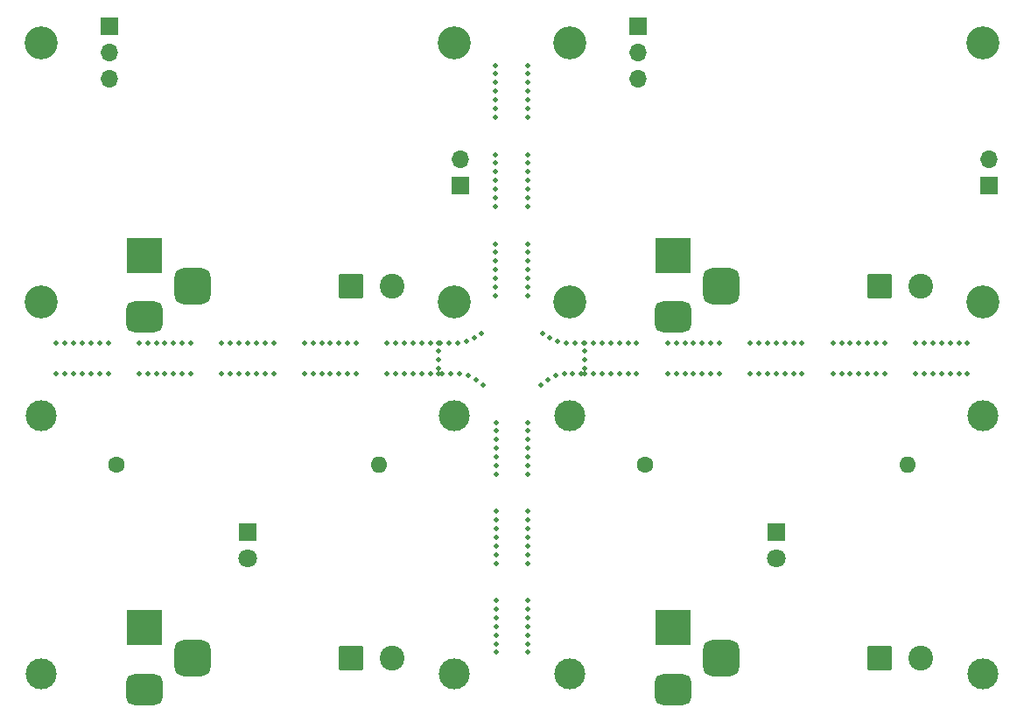
<source format=gbr>
%TF.GenerationSoftware,KiCad,Pcbnew,7.0.10*%
%TF.CreationDate,2024-03-02T22:01:54+01:00*%
%TF.ProjectId,explorer-panel_panelized,6578706c-6f72-4657-922d-70616e656c5f,rev?*%
%TF.SameCoordinates,Original*%
%TF.FileFunction,Soldermask,Bot*%
%TF.FilePolarity,Negative*%
%FSLAX46Y46*%
G04 Gerber Fmt 4.6, Leading zero omitted, Abs format (unit mm)*
G04 Created by KiCad (PCBNEW 7.0.10) date 2024-03-02 22:01:54*
%MOMM*%
%LPD*%
G01*
G04 APERTURE LIST*
G04 Aperture macros list*
%AMRoundRect*
0 Rectangle with rounded corners*
0 $1 Rounding radius*
0 $2 $3 $4 $5 $6 $7 $8 $9 X,Y pos of 4 corners*
0 Add a 4 corners polygon primitive as box body*
4,1,4,$2,$3,$4,$5,$6,$7,$8,$9,$2,$3,0*
0 Add four circle primitives for the rounded corners*
1,1,$1+$1,$2,$3*
1,1,$1+$1,$4,$5*
1,1,$1+$1,$6,$7*
1,1,$1+$1,$8,$9*
0 Add four rect primitives between the rounded corners*
20,1,$1+$1,$2,$3,$4,$5,0*
20,1,$1+$1,$4,$5,$6,$7,0*
20,1,$1+$1,$6,$7,$8,$9,0*
20,1,$1+$1,$8,$9,$2,$3,0*%
G04 Aperture macros list end*
%ADD10C,0.500000*%
%ADD11R,1.800000X1.800000*%
%ADD12C,1.800000*%
%ADD13RoundRect,0.250001X-0.949999X-0.949999X0.949999X-0.949999X0.949999X0.949999X-0.949999X0.949999X0*%
%ADD14C,2.400000*%
%ADD15R,3.500000X3.500000*%
%ADD16RoundRect,0.750000X1.000000X-0.750000X1.000000X0.750000X-1.000000X0.750000X-1.000000X-0.750000X0*%
%ADD17RoundRect,0.875000X0.875000X-0.875000X0.875000X0.875000X-0.875000X0.875000X-0.875000X-0.875000X0*%
%ADD18C,3.000000*%
%ADD19C,3.200000*%
%ADD20R,1.700000X1.700000*%
%ADD21O,1.700000X1.700000*%
%ADD22C,1.600000*%
%ADD23O,1.600000X1.600000*%
G04 APERTURE END LIST*
D10*
%TO.C,KiKit_MB_11_7*%
X56692000Y-35419858D03*
%TD*%
%TO.C,KiKit_MB_7_3*%
X15230667Y-35936000D03*
%TD*%
%TO.C,KiKit_MB_14_2*%
X51128000Y-62097666D03*
%TD*%
%TO.C,KiKit_MB_6_1*%
X56692000Y-35936000D03*
%TD*%
%TO.C,KiKit_MB_6_1*%
X48128000Y-49298000D03*
%TD*%
%TO.C,KiKit_MB_4_6*%
X30397333Y-33000000D03*
%TD*%
%TO.C,KiKit_MB_2_4*%
X67192000Y-33000000D03*
%TD*%
%TO.C,KiKit_MB_12_2*%
X51128000Y-44831666D03*
%TD*%
%TO.C,KiKit_MB_10_5*%
X92025333Y-35936000D03*
%TD*%
%TO.C,KiKit_MB_9_3*%
X51192000Y-18099334D03*
%TD*%
%TO.C,KiKit_MB_11_6*%
X56362936Y-35936000D03*
%TD*%
%TO.C,KiKit_MB_8_3*%
X23230667Y-35936000D03*
%TD*%
%TO.C,KiKit_MB_10_1*%
X88692000Y-35936000D03*
%TD*%
%TO.C,KiKit_MB_13_6*%
X51128000Y-50131333D03*
%TD*%
%TO.C,KiKit_MB_3_7*%
X48064000Y-28399000D03*
%TD*%
%TO.C,KiKit_MB_3_6*%
X22397334Y-33000000D03*
%TD*%
%TO.C,KiKit_MB_1_3*%
X8897334Y-33000000D03*
%TD*%
%TO.C,KiKit_MB_5_6*%
X38397333Y-33000000D03*
%TD*%
D11*
%TO.C,.D2*%
X24064000Y-51250000D03*
D12*
X24064000Y-53790000D03*
%TD*%
D10*
%TO.C,KiKit_MB_4_2*%
X33730666Y-33000000D03*
%TD*%
%TO.C,KiKit_MB_8_2*%
X51192000Y-10299667D03*
%TD*%
%TO.C,KiKit_MB_2_1*%
X18564000Y-33000000D03*
%TD*%
%TO.C,KiKit_MB_2_4*%
X48064000Y-17266000D03*
%TD*%
%TO.C,KiKit_MB_11_5*%
X55517731Y-35936000D03*
%TD*%
%TO.C,KiKit_MB_2_3*%
X68025334Y-33000000D03*
%TD*%
D13*
%TO.C,.J1*%
X85192000Y-63500000D03*
D14*
X89152000Y-63500000D03*
%TD*%
D10*
%TO.C,KiKit_MB_2_3*%
X16897334Y-33000000D03*
%TD*%
%TO.C,KiKit_MB_6_5*%
X60025334Y-35936000D03*
%TD*%
%TO.C,KiKit_MB_10_3*%
X51192000Y-26732334D03*
%TD*%
%TO.C,KiKit_MB_1_4*%
X59192000Y-33000000D03*
%TD*%
%TO.C,KiKit_MB_9_2*%
X30397333Y-35936000D03*
%TD*%
%TO.C,KiKit_MB_4_2*%
X84858666Y-33000000D03*
%TD*%
%TO.C,KiKit_MB_14_5*%
X51128000Y-59597666D03*
%TD*%
D15*
%TO.C,J2*%
X14064000Y-24500000D03*
D16*
X14064000Y-30500000D03*
D17*
X18764000Y-27500000D03*
%TD*%
D18*
%TO.C,.H3*%
X55192000Y-65000000D03*
%TD*%
D10*
%TO.C,KiKit_MB_7_3*%
X66358667Y-35936000D03*
%TD*%
%TO.C,KiKit_MB_5_1*%
X93692000Y-33000000D03*
%TD*%
%TO.C,KiKit_MB_9_5*%
X32897333Y-35936000D03*
%TD*%
%TO.C,KiKit_MB_9_3*%
X82358666Y-35936000D03*
%TD*%
%TO.C,KiKit_MB_5_4*%
X91192000Y-33000000D03*
%TD*%
%TO.C,KiKit_MB_8_6*%
X76858666Y-35936000D03*
%TD*%
%TO.C,KiKit_MB_1_2*%
X48064000Y-6966334D03*
%TD*%
%TO.C,KiKit_MB_4_5*%
X43524960Y-33000000D03*
%TD*%
%TO.C,KiKit_MB_11_12*%
X54886197Y-32987007D03*
%TD*%
%TO.C,KiKit_MB_1_3*%
X60025334Y-33000000D03*
%TD*%
%TO.C,KiKit_MB_10_3*%
X90358666Y-35936000D03*
%TD*%
%TO.C,KiKit_MB_7_6*%
X48128000Y-62097666D03*
%TD*%
%TO.C,KiKit_MB_9_7*%
X51192000Y-14766000D03*
%TD*%
%TO.C,KiKit_MB_4_7*%
X80692000Y-33000000D03*
%TD*%
D18*
%TO.C,.H2*%
X44064000Y-40000000D03*
%TD*%
D10*
%TO.C,KiKit_MB_8_4*%
X75192000Y-35936000D03*
%TD*%
%TO.C,KiKit_MB_9_4*%
X83192000Y-35936000D03*
%TD*%
%TO.C,KiKit_MB_2_7*%
X48064000Y-19766000D03*
%TD*%
%TO.C,KiKit_MB_5_1*%
X42564000Y-33000000D03*
%TD*%
%TO.C,KiKit_MB_11_2*%
X53089742Y-36523175D03*
%TD*%
%TO.C,KiKit_MB_11_13*%
X54056653Y-32834328D03*
%TD*%
D19*
%TO.C,H3*%
X44064000Y-29000000D03*
%TD*%
D10*
%TO.C,KiKit_MB_5_3*%
X40897333Y-33000000D03*
%TD*%
%TO.C,KiKit_MB_10_2*%
X51192000Y-27565667D03*
%TD*%
%TO.C,KiKit_MB_6_1*%
X5564000Y-35936000D03*
%TD*%
%TO.C,KiKit_MB_3_5*%
X74358667Y-33000000D03*
%TD*%
%TO.C,KiKit_MB_7_7*%
X48128000Y-62931000D03*
%TD*%
%TO.C,KiKit_MB_13_7*%
X51128000Y-49298000D03*
%TD*%
%TO.C,KiKit_MB_2_2*%
X48064000Y-15599334D03*
%TD*%
%TO.C,KiKit_MB_7_3*%
X48128000Y-59597666D03*
%TD*%
%TO.C,KiKit_MB_4_6*%
X81525333Y-33000000D03*
%TD*%
%TO.C,KiKit_MB_7_6*%
X17730667Y-35936000D03*
%TD*%
%TO.C,KiKit_MB_4_4*%
X32064000Y-33000000D03*
%TD*%
%TO.C,KiKit_MB_3_4*%
X75192000Y-33000000D03*
%TD*%
%TO.C,KiKit_MB_10_6*%
X51192000Y-24232334D03*
%TD*%
%TO.C,KiKit_MB_5_7*%
X37564000Y-33000000D03*
%TD*%
%TO.C,KiKit_MB_8_7*%
X51192000Y-6133000D03*
%TD*%
%TO.C,KiKit_MB_2_5*%
X66358667Y-33000000D03*
%TD*%
%TO.C,KiKit_MB_4_8*%
X42564000Y-34574653D03*
%TD*%
D19*
%TO.C,H4*%
X4064000Y-29000000D03*
%TD*%
D10*
%TO.C,KiKit_MB_4_10*%
X42893063Y-35936000D03*
%TD*%
%TO.C,KiKit_MB_3_2*%
X48064000Y-24232334D03*
%TD*%
%TO.C,KiKit_MB_7_5*%
X48128000Y-61264333D03*
%TD*%
%TO.C,KiKit_MB_8_5*%
X76025333Y-35936000D03*
%TD*%
%TO.C,KiKit_MB_9_6*%
X33730666Y-35936000D03*
%TD*%
%TO.C,KiKit_MB_1_5*%
X58358667Y-33000000D03*
%TD*%
%TO.C,KiKit_MB_10_5*%
X51192000Y-25065667D03*
%TD*%
D19*
%TO.C,H2*%
X95192000Y-4000000D03*
%TD*%
D10*
%TO.C,KiKit_MB_4_3*%
X32897333Y-33000000D03*
%TD*%
%TO.C,KiKit_MB_7_2*%
X65525334Y-35936000D03*
%TD*%
D18*
%TO.C,.H4*%
X95192000Y-65000000D03*
%TD*%
D10*
%TO.C,KiKit_MB_7_1*%
X64692000Y-35936000D03*
%TD*%
%TO.C,KiKit_MB_1_4*%
X8064000Y-33000000D03*
%TD*%
%TO.C,KiKit_MB_1_1*%
X48064000Y-6133000D03*
%TD*%
D20*
%TO.C,JPROG1*%
X10668000Y-2349000D03*
D21*
X10668000Y-4889000D03*
X10668000Y-7429000D03*
%TD*%
D10*
%TO.C,KiKit_MB_2_7*%
X64692000Y-33000000D03*
%TD*%
%TO.C,KiKit_MB_7_2*%
X14397334Y-35936000D03*
%TD*%
%TO.C,KiKit_MB_5_3*%
X92025333Y-33000000D03*
%TD*%
%TO.C,KiKit_MB_8_1*%
X21564000Y-35936000D03*
%TD*%
%TO.C,KiKit_MB_6_7*%
X48128000Y-54298000D03*
%TD*%
%TO.C,KiKit_MB_3_1*%
X48064000Y-23399000D03*
%TD*%
%TO.C,KiKit_MB_1_7*%
X5564000Y-33000000D03*
%TD*%
%TO.C,KiKit_MB_13_1*%
X51128000Y-54298000D03*
%TD*%
%TO.C,KiKit_MB_10_4*%
X51192000Y-25899000D03*
%TD*%
%TO.C,KiKit_MB_1_7*%
X48064000Y-11133000D03*
%TD*%
%TO.C,KiKit_MB_4_4*%
X44369801Y-32987007D03*
%TD*%
%TO.C,KiKit_MB_2_6*%
X65525334Y-33000000D03*
%TD*%
D18*
%TO.C,.H1*%
X55192000Y-40000000D03*
%TD*%
D10*
%TO.C,KiKit_MB_8_2*%
X22397334Y-35936000D03*
%TD*%
%TO.C,KiKit_MB_10_2*%
X89525333Y-35936000D03*
%TD*%
%TO.C,KiKit_MB_7_2*%
X48128000Y-58764333D03*
%TD*%
D15*
%TO.C,J2*%
X65192000Y-24500000D03*
D16*
X65192000Y-30500000D03*
D17*
X69892000Y-27500000D03*
%TD*%
D10*
%TO.C,KiKit_MB_6_4*%
X59192000Y-35936000D03*
%TD*%
%TO.C,KiKit_MB_9_1*%
X80692000Y-35936000D03*
%TD*%
%TO.C,KiKit_MB_7_5*%
X16897334Y-35936000D03*
%TD*%
%TO.C,KiKit_MB_6_3*%
X58358667Y-35936000D03*
%TD*%
%TO.C,KiKit_MB_12_1*%
X51128000Y-45665000D03*
%TD*%
%TO.C,KiKit_MB_4_5*%
X31230666Y-33000000D03*
%TD*%
%TO.C,KiKit_MB_14_1*%
X51128000Y-62931000D03*
%TD*%
%TO.C,KiKit_MB_9_1*%
X29564000Y-35936000D03*
%TD*%
%TO.C,KiKit_MB_3_3*%
X76025333Y-33000000D03*
%TD*%
%TO.C,KiKit_MB_7_4*%
X48128000Y-60431000D03*
%TD*%
%TO.C,KiKit_MB_4_15*%
X46839121Y-37032000D03*
%TD*%
%TO.C,KiKit_MB_8_7*%
X26564000Y-35936000D03*
%TD*%
%TO.C,KiKit_MB_7_4*%
X16064000Y-35936000D03*
%TD*%
%TO.C,KiKit_MB_11_9*%
X56692000Y-33729449D03*
%TD*%
%TO.C,KiKit_MB_2_2*%
X68858667Y-33000000D03*
%TD*%
%TO.C,KiKit_MB_9_7*%
X34564000Y-35936000D03*
%TD*%
%TO.C,KiKit_MB_4_4*%
X83192000Y-33000000D03*
%TD*%
%TO.C,KiKit_MB_14_7*%
X51128000Y-57931000D03*
%TD*%
%TO.C,KiKit_MB_6_5*%
X8897334Y-35936000D03*
%TD*%
%TO.C,KiKit_MB_4_12*%
X44581950Y-35970452D03*
%TD*%
%TO.C,KiKit_MB_4_7*%
X42564000Y-33729449D03*
%TD*%
%TO.C,KiKit_MB_2_6*%
X48064000Y-18932667D03*
%TD*%
%TO.C,KiKit_MB_5_4*%
X48128000Y-43165000D03*
%TD*%
%TO.C,KiKit_MB_7_1*%
X13564000Y-35936000D03*
%TD*%
%TO.C,KiKit_MB_4_3*%
X45199345Y-32834328D03*
%TD*%
%TO.C,KiKit_MB_7_1*%
X48128000Y-57931000D03*
%TD*%
%TO.C,KiKit_MB_4_1*%
X85692000Y-33000000D03*
%TD*%
%TO.C,KiKit_MB_2_7*%
X13564000Y-33000000D03*
%TD*%
%TO.C,KiKit_MB_9_2*%
X51192000Y-18932667D03*
%TD*%
%TO.C,KiKit_MB_1_7*%
X56692000Y-33000000D03*
%TD*%
%TO.C,KiKit_MB_11_15*%
X52583154Y-32032000D03*
%TD*%
%TO.C,KiKit_MB_9_6*%
X84858666Y-35936000D03*
%TD*%
%TO.C,KiKit_MB_3_6*%
X48064000Y-27565667D03*
%TD*%
%TO.C,KiKit_MB_12_6*%
X51128000Y-41498333D03*
%TD*%
%TO.C,KiKit_MB_1_3*%
X48064000Y-7799667D03*
%TD*%
%TO.C,KiKit_MB_10_1*%
X51192000Y-28399000D03*
%TD*%
%TO.C,KiKit_MB_5_4*%
X40064000Y-33000000D03*
%TD*%
%TO.C,KiKit_MB_6_5*%
X48128000Y-52631333D03*
%TD*%
%TO.C,KiKit_MB_3_7*%
X21564000Y-33000000D03*
%TD*%
%TO.C,KiKit_MB_6_6*%
X48128000Y-53464666D03*
%TD*%
%TO.C,KiKit_MB_3_4*%
X24064000Y-33000000D03*
%TD*%
%TO.C,KiKit_MB_10_4*%
X91192000Y-35936000D03*
%TD*%
%TO.C,KiKit_MB_9_4*%
X51192000Y-17266000D03*
%TD*%
D15*
%TO.C,.J2*%
X14064000Y-60500000D03*
D16*
X14064000Y-66500000D03*
D17*
X18764000Y-63500000D03*
%TD*%
D10*
%TO.C,KiKit_MB_7_4*%
X67192000Y-35936000D03*
%TD*%
%TO.C,KiKit_MB_4_3*%
X84025333Y-33000000D03*
%TD*%
%TO.C,KiKit_MB_10_7*%
X51192000Y-23399000D03*
%TD*%
%TO.C,KiKit_MB_8_5*%
X51192000Y-7799667D03*
%TD*%
%TO.C,KiKit_MB_8_6*%
X51192000Y-6966334D03*
%TD*%
%TO.C,KiKit_MB_6_7*%
X61692000Y-35936000D03*
%TD*%
%TO.C,KiKit_MB_6_7*%
X10564000Y-35936000D03*
%TD*%
%TO.C,KiKit_MB_6_2*%
X48128000Y-50131333D03*
%TD*%
%TO.C,KiKit_MB_2_5*%
X48064000Y-18099334D03*
%TD*%
%TO.C,KiKit_MB_3_2*%
X76858666Y-33000000D03*
%TD*%
%TO.C,KiKit_MB_8_1*%
X72692000Y-35936000D03*
%TD*%
%TO.C,KiKit_MB_5_2*%
X48128000Y-41498333D03*
%TD*%
D15*
%TO.C,.J2*%
X65192000Y-60500000D03*
D16*
X65192000Y-66500000D03*
D17*
X69892000Y-63500000D03*
%TD*%
D10*
%TO.C,KiKit_MB_9_4*%
X32064000Y-35936000D03*
%TD*%
%TO.C,KiKit_MB_9_3*%
X31230666Y-35936000D03*
%TD*%
%TO.C,KiKit_MB_8_4*%
X24064000Y-35936000D03*
%TD*%
%TO.C,KiKit_MB_4_9*%
X42564000Y-35419858D03*
%TD*%
%TO.C,KiKit_MB_3_7*%
X72692000Y-33000000D03*
%TD*%
%TO.C,KiKit_MB_1_2*%
X9730667Y-33000000D03*
%TD*%
%TO.C,KiKit_MB_3_1*%
X26564000Y-33000000D03*
%TD*%
%TO.C,KiKit_MB_4_7*%
X29564000Y-33000000D03*
%TD*%
%TO.C,KiKit_MB_3_4*%
X48064000Y-25899000D03*
%TD*%
%TO.C,KiKit_MB_10_4*%
X40064000Y-35936000D03*
%TD*%
%TO.C,KiKit_MB_1_6*%
X48064000Y-10299667D03*
%TD*%
%TO.C,KiKit_MB_6_4*%
X48128000Y-51798000D03*
%TD*%
%TO.C,KiKit_MB_8_7*%
X77692000Y-35936000D03*
%TD*%
%TO.C,KiKit_MB_6_6*%
X9730667Y-35936000D03*
%TD*%
%TO.C,KiKit_MB_5_6*%
X48128000Y-44831666D03*
%TD*%
%TO.C,KiKit_MB_8_2*%
X73525334Y-35936000D03*
%TD*%
D20*
%TO.C,JPROG1*%
X61796000Y-2349000D03*
D21*
X61796000Y-4889000D03*
X61796000Y-7429000D03*
%TD*%
D10*
%TO.C,KiKit_MB_1_5*%
X7230667Y-33000000D03*
%TD*%
D22*
%TO.C,.R1*%
X62492000Y-44750000D03*
D23*
X87892000Y-44750000D03*
%TD*%
D10*
%TO.C,KiKit_MB_2_5*%
X15230667Y-33000000D03*
%TD*%
%TO.C,KiKit_MB_6_3*%
X7230667Y-35936000D03*
%TD*%
%TO.C,KiKit_MB_9_5*%
X51192000Y-16432667D03*
%TD*%
D19*
%TO.C,H4*%
X55192000Y-29000000D03*
%TD*%
D10*
%TO.C,KiKit_MB_5_7*%
X88692000Y-33000000D03*
%TD*%
%TO.C,KiKit_MB_11_3*%
X53853082Y-36164183D03*
%TD*%
D13*
%TO.C,J1*%
X34064000Y-27500000D03*
D14*
X38024000Y-27500000D03*
%TD*%
D10*
%TO.C,KiKit_MB_9_1*%
X51192000Y-19766000D03*
%TD*%
%TO.C,KiKit_MB_2_3*%
X48064000Y-16432667D03*
%TD*%
%TO.C,KiKit_MB_5_1*%
X48128000Y-40665000D03*
%TD*%
%TO.C,KiKit_MB_11_14*%
X53277419Y-32511295D03*
%TD*%
%TO.C,KiKit_MB_6_6*%
X60858667Y-35936000D03*
%TD*%
D11*
%TO.C,.D2*%
X75192000Y-51250000D03*
D12*
X75192000Y-53790000D03*
%TD*%
D10*
%TO.C,KiKit_MB_5_7*%
X48128000Y-45665000D03*
%TD*%
%TO.C,KiKit_MB_10_1*%
X37564000Y-35936000D03*
%TD*%
%TO.C,KiKit_MB_1_6*%
X57525334Y-33000000D03*
%TD*%
%TO.C,KiKit_MB_7_7*%
X18564000Y-35936000D03*
%TD*%
%TO.C,KiKit_MB_10_6*%
X92858666Y-35936000D03*
%TD*%
%TO.C,KiKit_MB_4_11*%
X43738268Y-35936000D03*
%TD*%
%TO.C,KiKit_MB_4_6*%
X42679755Y-33000000D03*
%TD*%
%TO.C,KiKit_MB_9_7*%
X85692000Y-35936000D03*
%TD*%
%TO.C,KiKit_MB_3_1*%
X77692000Y-33000000D03*
%TD*%
%TO.C,KiKit_MB_12_5*%
X51128000Y-42331666D03*
%TD*%
%TO.C,KiKit_MB_8_3*%
X51192000Y-9466334D03*
%TD*%
%TO.C,KiKit_MB_6_2*%
X6397334Y-35936000D03*
%TD*%
%TO.C,KiKit_MB_10_7*%
X93692000Y-35936000D03*
%TD*%
%TO.C,KiKit_MB_14_3*%
X51128000Y-61264333D03*
%TD*%
%TO.C,KiKit_MB_8_1*%
X51192000Y-11133000D03*
%TD*%
%TO.C,KiKit_MB_10_2*%
X38397333Y-35936000D03*
%TD*%
%TO.C,KiKit_MB_4_1*%
X34564000Y-33000000D03*
%TD*%
%TO.C,KiKit_MB_11_11*%
X55731038Y-33000000D03*
%TD*%
D20*
%TO.C,JSPK1*%
X95792000Y-17724000D03*
D21*
X95792000Y-15184000D03*
%TD*%
D10*
%TO.C,KiKit_MB_6_2*%
X57525334Y-35936000D03*
%TD*%
%TO.C,KiKit_MB_4_5*%
X82358666Y-33000000D03*
%TD*%
%TO.C,KiKit_MB_14_4*%
X51128000Y-60431000D03*
%TD*%
%TO.C,KiKit_MB_6_4*%
X8064000Y-35936000D03*
%TD*%
%TO.C,KiKit_MB_2_6*%
X14397334Y-33000000D03*
%TD*%
%TO.C,KiKit_MB_8_5*%
X24897333Y-35936000D03*
%TD*%
%TO.C,KiKit_MB_11_10*%
X56576243Y-33000000D03*
%TD*%
%TO.C,KiKit_MB_4_1*%
X46672844Y-32032000D03*
%TD*%
%TO.C,KiKit_MB_8_3*%
X74358667Y-35936000D03*
%TD*%
%TO.C,KiKit_MB_1_2*%
X60858667Y-33000000D03*
%TD*%
%TO.C,KiKit_MB_10_7*%
X42564000Y-35936000D03*
%TD*%
%TO.C,KiKit_MB_2_1*%
X69692000Y-33000000D03*
%TD*%
D22*
%TO.C,.R1*%
X11364000Y-44750000D03*
D23*
X36764000Y-44750000D03*
%TD*%
D10*
%TO.C,KiKit_MB_8_4*%
X51192000Y-8633000D03*
%TD*%
%TO.C,KiKit_MB_9_2*%
X81525333Y-35936000D03*
%TD*%
D18*
%TO.C,.H2*%
X95192000Y-40000000D03*
%TD*%
D20*
%TO.C,JSPK1*%
X44664000Y-17724000D03*
D21*
X44664000Y-15184000D03*
%TD*%
D18*
%TO.C,.H1*%
X4064000Y-40000000D03*
%TD*%
%TO.C,.H4*%
X44064000Y-65000000D03*
%TD*%
D19*
%TO.C,H2*%
X44064000Y-4000000D03*
%TD*%
D10*
%TO.C,KiKit_MB_5_6*%
X89525333Y-33000000D03*
%TD*%
%TO.C,KiKit_MB_5_2*%
X41730666Y-33000000D03*
%TD*%
%TO.C,KiKit_MB_13_4*%
X51128000Y-51798000D03*
%TD*%
%TO.C,KiKit_MB_1_5*%
X48064000Y-9466334D03*
%TD*%
%TO.C,KiKit_MB_3_2*%
X25730666Y-33000000D03*
%TD*%
%TO.C,KiKit_MB_7_5*%
X68025334Y-35936000D03*
%TD*%
%TO.C,KiKit_MB_10_6*%
X41730666Y-35936000D03*
%TD*%
%TO.C,KiKit_MB_9_6*%
X51192000Y-15599334D03*
%TD*%
D13*
%TO.C,J1*%
X85192000Y-27500000D03*
D14*
X89152000Y-27500000D03*
%TD*%
D10*
%TO.C,KiKit_MB_7_7*%
X69692000Y-35936000D03*
%TD*%
%TO.C,KiKit_MB_1_1*%
X61692000Y-33000000D03*
%TD*%
%TO.C,KiKit_MB_4_13*%
X45402916Y-36164183D03*
%TD*%
%TO.C,KiKit_MB_5_5*%
X48128000Y-43998333D03*
%TD*%
%TO.C,KiKit_MB_1_1*%
X10564000Y-33000000D03*
%TD*%
D19*
%TO.C,H1*%
X4064000Y-4000000D03*
%TD*%
D10*
%TO.C,KiKit_MB_4_14*%
X46166256Y-36523175D03*
%TD*%
%TO.C,KiKit_MB_9_5*%
X84025333Y-35936000D03*
%TD*%
%TO.C,KiKit_MB_3_5*%
X48064000Y-26732334D03*
%TD*%
%TO.C,KiKit_MB_1_6*%
X6397334Y-33000000D03*
%TD*%
%TO.C,KiKit_MB_5_2*%
X92858666Y-33000000D03*
%TD*%
%TO.C,KiKit_MB_10_3*%
X39230666Y-35936000D03*
%TD*%
%TO.C,KiKit_MB_4_2*%
X45978579Y-32511295D03*
%TD*%
%TO.C,KiKit_MB_14_6*%
X51128000Y-58764333D03*
%TD*%
%TO.C,KiKit_MB_12_4*%
X51128000Y-43165000D03*
%TD*%
%TO.C,KiKit_MB_1_4*%
X48064000Y-8633000D03*
%TD*%
%TO.C,KiKit_MB_13_5*%
X51128000Y-50964666D03*
%TD*%
%TO.C,KiKit_MB_11_1*%
X52416877Y-37032000D03*
%TD*%
%TO.C,KiKit_MB_11_8*%
X56692000Y-34574653D03*
%TD*%
%TO.C,KiKit_MB_2_1*%
X48064000Y-14766000D03*
%TD*%
%TO.C,KiKit_MB_7_6*%
X68858667Y-35936000D03*
%TD*%
D18*
%TO.C,.H3*%
X4064000Y-65000000D03*
%TD*%
D10*
%TO.C,KiKit_MB_5_5*%
X39230666Y-33000000D03*
%TD*%
D19*
%TO.C,H1*%
X55192000Y-4000000D03*
%TD*%
%TO.C,H3*%
X95192000Y-29000000D03*
%TD*%
D10*
%TO.C,KiKit_MB_13_3*%
X51128000Y-52631333D03*
%TD*%
%TO.C,KiKit_MB_5_5*%
X90358666Y-33000000D03*
%TD*%
%TO.C,KiKit_MB_12_7*%
X51128000Y-40665000D03*
%TD*%
%TO.C,KiKit_MB_3_6*%
X73525334Y-33000000D03*
%TD*%
%TO.C,KiKit_MB_2_2*%
X17730667Y-33000000D03*
%TD*%
%TO.C,KiKit_MB_5_3*%
X48128000Y-42331666D03*
%TD*%
%TO.C,KiKit_MB_8_6*%
X25730666Y-35936000D03*
%TD*%
%TO.C,KiKit_MB_6_3*%
X48128000Y-50964666D03*
%TD*%
%TO.C,KiKit_MB_13_2*%
X51128000Y-53464666D03*
%TD*%
%TO.C,KiKit_MB_3_5*%
X23230667Y-33000000D03*
%TD*%
D13*
%TO.C,.J1*%
X34064000Y-63500000D03*
D14*
X38024000Y-63500000D03*
%TD*%
D10*
%TO.C,KiKit_MB_3_3*%
X48064000Y-25065667D03*
%TD*%
%TO.C,KiKit_MB_2_4*%
X16064000Y-33000000D03*
%TD*%
%TO.C,KiKit_MB_10_5*%
X40897333Y-35936000D03*
%TD*%
%TO.C,KiKit_MB_12_3*%
X51128000Y-43998333D03*
%TD*%
%TO.C,KiKit_MB_11_4*%
X54674049Y-35970452D03*
%TD*%
%TO.C,KiKit_MB_3_3*%
X24897333Y-33000000D03*
%TD*%
M02*

</source>
